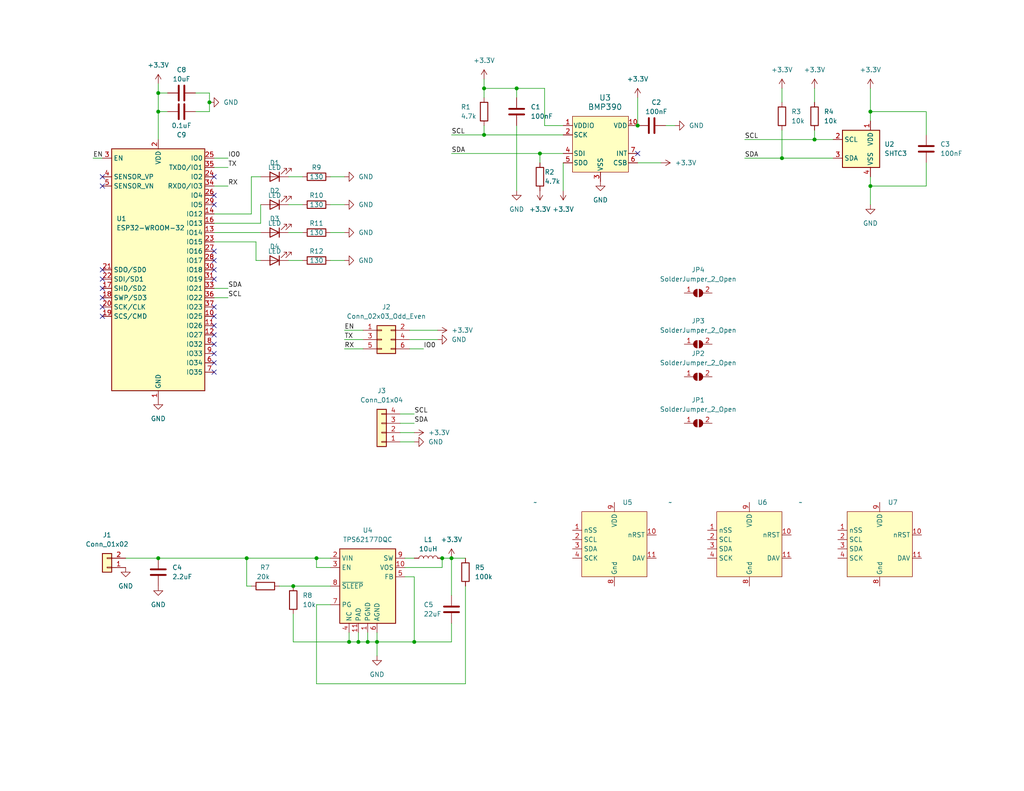
<source format=kicad_sch>
(kicad_sch (version 20230121) (generator eeschema)
  (paper "USLetter")
  (title_block (title "Weather Station Main Board") (date "2023-12-05") (rev "V_01"))
  (lib_symbols
    (symbol "2023-12-02_16-58-31:BMP390" (pin_names (offset 0.254))
      (property "Reference" "U" (at 21.59 6.35 0))
      (property "Value" "BMP390" (at 21.59 3.81 0))
      (symbol "BMP390_1_1"
        (rectangle (start 7.62 2.54) (end 22.86 -12.7) (fill (type background)))
        (pin power_in line (at 5.08 0 0) (length 2.54) (name "VDDIO") (number "1"))
        (pin power_in line (at 25.4 0 180) (length 2.54) (name "VDD") (number "10"))
        (pin input line (at 5.08 -2.54 0) (length 2.54) (name "SCK") (number "2"))
        (pin power_in line (at 15.24 -15.24 90) (length 2.54) (name "VSS") (number "3"))
        (pin bidirectional line (at 5.08 -7.62 0) (length 2.54) (name "SDI") (number "4"))
        (pin bidirectional line (at 5.08 -10.16 0) (length 2.54) (name "SDO") (number "5"))
        (pin input line (at 25.4 -10.16 180) (length 2.54) (name "CSB") (number "6"))
        (pin input line (at 25.4 -7.62 180) (length 2.54) (name "INT") (number "7"))
        (pin power_in line (at 15.24 -15.24 90) (length 2.54) hide (name "VSS") (number "8"))
        (pin power_in line (at 15.24 -15.24 90) (length 2.54) hide (name "VSS") (number "9"))
      )
    )
    (symbol "Connector_Generic:Conn_01x02" (pin_names (offset 1.016) hide)
      (property "Reference" "J" (at 0 2.54 0))
      (property "Value" "Conn_01x02" (at 0 -5.08 0))
      (symbol "Conn_01x02_1_1"
        (rectangle (start -1.27 -2.413) (end 0 -2.667) (stroke (width 0.1524)))
        (rectangle (start -1.27 0.127) (end 0 -0.127) (stroke (width 0.1524)))
        (rectangle (start -1.27 1.27) (end 1.27 -3.81) (stroke (width 0.254)) (fill (type background)))
        (pin passive line (at -5.08 0 0) (length 3.81) (name "Pin_1") (number "1"))
        (pin passive line (at -5.08 -2.54 0) (length 3.81) (name "Pin_2") (number "2"))
      )
    )
    (symbol "Connector_Generic:Conn_01x04" (pin_names (offset 1.016) hide)
      (property "Reference" "J" (at 0 5.08 0))
      (property "Value" "Conn_01x04" (at 0 -7.62 0))
      (symbol "Conn_01x04_1_1"
        (rectangle (start -1.27 -4.953) (end 0 -5.207) (stroke (width 0.1524)))
        (rectangle (start -1.27 -2.413) (end 0 -2.667) (stroke (width 0.1524)))
        (rectangle (start -1.27 0.127) (end 0 -0.127) (stroke (width 0.1524)))
        (rectangle (start -1.27 2.667) (end 0 2.413) (stroke (width 0.1524)))
        (rectangle (start -1.27 3.81) (end 1.27 -6.35) (stroke (width 0.254)) (fill (type background)))
        (pin passive line (at -5.08 2.54 0) (length 3.81) (name "Pin_1") (number "1"))
        (pin passive line (at -5.08 0 0) (length 3.81) (name "Pin_2") (number "2"))
        (pin passive line (at -5.08 -2.54 0) (length 3.81) (name "Pin_3") (number "3"))
        (pin passive line (at -5.08 -5.08 0) (length 3.81) (name "Pin_4") (number "4"))
      )
    )
    (symbol "Connector_Generic:Conn_02x03_Odd_Even" (pin_names (offset 1.016) hide)
      (property "Reference" "J" (at 1.27 5.08 0))
      (property "Value" "Conn_02x03_Odd_Even" (at 1.27 -5.08 0))
      (symbol "Conn_02x03_Odd_Even_1_1"
        (rectangle (start -1.27 -2.413) (end 0 -2.667) (stroke (width 0.1524)))
        (rectangle (start -1.27 0.127) (end 0 -0.127) (stroke (width 0.1524)))
        (rectangle (start -1.27 2.667) (end 0 2.413) (stroke (width 0.1524)))
        (rectangle (start -1.27 3.81) (end 3.81 -3.81) (stroke (width 0.254)) (fill (type background)))
        (rectangle (start 3.81 -2.413) (end 2.54 -2.667) (stroke (width 0.1524)))
        (rectangle (start 3.81 0.127) (end 2.54 -0.127) (stroke (width 0.1524)))
        (rectangle (start 3.81 2.667) (end 2.54 2.413) (stroke (width 0.1524)))
        (pin passive line (at -5.08 2.54 0) (length 3.81) (name "Pin_1") (number "1"))
        (pin passive line (at 7.62 2.54 180) (length 3.81) (name "Pin_2") (number "2"))
        (pin passive line (at -5.08 0 0) (length 3.81) (name "Pin_3") (number "3"))
        (pin passive line (at 7.62 0 180) (length 3.81) (name "Pin_4") (number "4"))
        (pin passive line (at -5.08 -2.54 0) (length 3.81) (name "Pin_5") (number "5"))
        (pin passive line (at 7.62 -2.54 180) (length 3.81) (name "Pin_6") (number "6"))
      )
    )
    (symbol "Device:C" (pin_numbers hide) (pin_names (offset 0.254))
      (property "Reference" "C" (at 0.635 2.54 0))
      (property "Value" "C" (at 0.635 -2.54 0))
      (symbol "C_0_1"
        (polyline (pts (xy -2.032 -0.762) (xy 2.032 -0.762)) (stroke (width 0.508)))
        (polyline (pts (xy -2.032 0.762) (xy 2.032 0.762)) (stroke (width 0.508)))
      )
      (symbol "C_1_1"
        (pin passive line (at 0 3.81 270) (length 2.794) (name "~") (number "1"))
        (pin passive line (at 0 -3.81 90) (length 2.794) (name "~") (number "2"))
      )
    )
    (symbol "Device:L" (pin_numbers hide) (pin_names (offset 1.016) hide)
      (property "Reference" "L" (at -1.27 0 90))
      (property "Value" "L" (at 1.905 0 90))
      (symbol "L_0_1"
        (arc (start 0 -2.54) (mid 0.6323 -1.905) (end 0 -1.27))
        (arc (start 0 -1.27) (mid 0.6323 -0.635) (end 0 0))
        (arc (start 0 0) (mid 0.6323 0.635) (end 0 1.27))
        (arc (start 0 1.27) (mid 0.6323 1.905) (end 0 2.54))
      )
      (symbol "L_1_1"
        (pin passive line (at 0 3.81 270) (length 1.27) (name "1") (number "1"))
        (pin passive line (at 0 -3.81 90) (length 1.27) (name "2") (number "2"))
      )
    )
    (symbol "Device:LED" (pin_numbers hide) (pin_names (offset 1.016) hide)
      (property "Reference" "D" (at 0 2.54 0))
      (property "Value" "LED" (at 0 -2.54 0))
      (symbol "LED_0_1"
        (polyline (pts (xy -1.27 -1.27) (xy -1.27 1.27)) (stroke (width 0.254)))
        (polyline (pts (xy -1.27 0) (xy 1.27 0)))
        (polyline (pts (xy 1.27 -1.27) (xy 1.27 1.27) (xy -1.27 0) (xy 1.27 -1.27)) (stroke (width 0.254)))
        (polyline (pts (xy -3.048 -0.762) (xy -4.572 -2.286) (xy -3.81 -2.286) (xy -4.572 -2.286) (xy -4.572 -1.524)))
        (polyline (pts (xy -1.778 -0.762) (xy -3.302 -2.286) (xy -2.54 -2.286) (xy -3.302 -2.286) (xy -3.302 -1.524)))
      )
      (symbol "LED_1_1"
        (pin passive line (at -3.81 0 0) (length 2.54) (name "K") (number "1"))
        (pin passive line (at 3.81 0 180) (length 2.54) (name "A") (number "2"))
      )
    )
    (symbol "Device:R" (pin_numbers hide) (pin_names (offset 0))
      (property "Reference" "R" (at 2.032 0 90))
      (property "Value" "R" (at 0 0 90))
      (symbol "R_0_1"
        (rectangle (start -1.016 -2.54) (end 1.016 2.54) (stroke (width 0.254)))
      )
      (symbol "R_1_1"
        (pin passive line (at 0 3.81 270) (length 1.27) (name "~") (number "1"))
        (pin passive line (at 0 -3.81 90) (length 1.27) (name "~") (number "2"))
      )
    )
    (symbol "Jumper:SolderJumper_2_Open" (pin_names (offset 0) hide)
      (property "Reference" "JP" (at 0 2.032 0))
      (property "Value" "SolderJumper_2_Open" (at 0 -2.54 0))
      (symbol "SolderJumper_2_Open_0_1"
        (arc (start -0.254 1.016) (mid -1.2656 0) (end -0.254 -1.016))
        (arc (start -0.254 1.016) (mid -1.2656 0) (end -0.254 -1.016) (fill (type outline)))
        (polyline (pts (xy -0.254 1.016) (xy -0.254 -1.016)))
        (polyline (pts (xy 0.254 1.016) (xy 0.254 -1.016)))
        (arc (start 0.254 -1.016) (mid 1.2656 0) (end 0.254 1.016))
        (arc (start 0.254 -1.016) (mid 1.2656 0) (end 0.254 1.016) (fill (type outline)))
      )
      (symbol "SolderJumper_2_Open_1_1"
        (pin passive line (at -3.81 0 0) (length 2.54) (name "A") (number "1"))
        (pin passive line (at 3.81 0 180) (length 2.54) (name "B") (number "2"))
      )
    )
    (symbol "ND005:ND005"
      (property "Reference" "U" (at 7.62 10.16 0))
      (symbol "ND005_1_1"
        (rectangle (start -8.89 8.89) (end 8.89 -8.89) (fill (type background)))
        (pin input line (at -11.43 3.81 0) (length 2.54) (name "nSS") (number "1"))
        (pin input line (at 11.43 2.54 180) (length 2.54) (name "nRST") (number "10"))
        (pin output line (at 11.43 -3.81 180) (length 2.54) (name "DAV") (number "11"))
        (pin input line (at -11.43 1.27 0) (length 2.54) (name "SCL") (number "2"))
        (pin bidirectional line (at -11.43 -1.27 0) (length 2.54) (name "SDA") (number "3"))
        (pin input line (at -11.43 -3.81 0) (length 2.54) (name "SCK") (number "4"))
        (pin no_connect line (at -1.27 0 180) (length 2.54) hide (name "DNC") (number "5"))
        (pin no_connect line (at -1.27 0 180) (length 2.54) hide (name "DNC") (number "6"))
        (pin no_connect line (at -1.27 0 180) (length 2.54) hide (name "DNC") (number "7"))
        (pin power_in line (at 0 -11.43 90) (length 2.54) (name "Gnd") (number "8"))
        (pin power_in line (at 0 11.43 270) (length 2.54) (name "VDD") (number "9"))
      )
    )
    (symbol "RF_Module:ESP32-WROOM-32D"
      (property "Reference" "U" (at -12.7 34.29 0))
      (property "Value" "ESP32-WROOM-32D" (at 1.27 34.29 0))
      (symbol "ESP32-WROOM-32D_0_1"
        (rectangle (start -12.7 33.02) (end 12.7 -33.02) (stroke (width 0.254)) (fill (type background)))
      )
      (symbol "ESP32-WROOM-32D_1_1"
        (pin power_in line (at 0 -35.56 90) (length 2.54) (name "GND") (number "1"))
        (pin bidirectional line (at 15.24 -12.7 180) (length 2.54) (name "IO25") (number "10"))
        (pin bidirectional line (at 15.24 -15.24 180) (length 2.54) (name "IO26") (number "11"))
        (pin bidirectional line (at 15.24 -17.78 180) (length 2.54) (name "IO27") (number "12"))
        (pin bidirectional line (at 15.24 10.16 180) (length 2.54) (name "IO14") (number "13"))
        (pin bidirectional line (at 15.24 15.24 180) (length 2.54) (name "IO12") (number "14"))
        (pin passive line (at 0 -35.56 90) (length 2.54) hide (name "GND") (number "15"))
        (pin bidirectional line (at 15.24 12.7 180) (length 2.54) (name "IO13") (number "16"))
        (pin bidirectional line (at -15.24 -5.08 0) (length 2.54) (name "SHD/SD2") (number "17"))
        (pin bidirectional line (at -15.24 -7.62 0) (length 2.54) (name "SWP/SD3") (number "18"))
        (pin bidirectional line (at -15.24 -12.7 0) (length 2.54) (name "SCS/CMD") (number "19"))
        (pin power_in line (at 0 35.56 270) (length 2.54) (name "VDD") (number "2"))
        (pin bidirectional line (at -15.24 -10.16 0) (length 2.54) (name "SCK/CLK") (number "20"))
        (pin bidirectional line (at -15.24 0 0) (length 2.54) (name "SDO/SD0") (number "21"))
        (pin bidirectional line (at -15.24 -2.54 0) (length 2.54) (name "SDI/SD1") (number "22"))
        (pin bidirectional line (at 15.24 7.62 180) (length 2.54) (name "IO15") (number "23"))
        (pin bidirectional line (at 15.24 25.4 180) (length 2.54) (name "IO2") (number "24"))
        (pin bidirectional line (at 15.24 30.48 180) (length 2.54) (name "IO0") (number "25"))
        (pin bidirectional line (at 15.24 20.32 180) (length 2.54) (name "IO4") (number "26"))
        (pin bidirectional line (at 15.24 5.08 180) (length 2.54) (name "IO16") (number "27"))
        (pin bidirectional line (at 15.24 2.54 180) (length 2.54) (name "IO17") (number "28"))
        (pin bidirectional line (at 15.24 17.78 180) (length 2.54) (name "IO5") (number "29"))
        (pin input line (at -15.24 30.48 0) (length 2.54) (name "EN") (number "3"))
        (pin bidirectional line (at 15.24 0 180) (length 2.54) (name "IO18") (number "30"))
        (pin bidirectional line (at 15.24 -2.54 180) (length 2.54) (name "IO19") (number "31"))
        (pin no_connect line (at -12.7 -27.94 0) (length 2.54) hide (name "NC") (number "32"))
        (pin bidirectional line (at 15.24 -5.08 180) (length 2.54) (name "IO21") (number "33"))
        (pin bidirectional line (at 15.24 22.86 180) (length 2.54) (name "RXD0/IO3") (number "34"))
        (pin bidirectional line (at 15.24 27.94 180) (length 2.54) (name "TXD0/IO1") (number "35"))
        (pin bidirectional line (at 15.24 -7.62 180) (length 2.54) (name "IO22") (number "36"))
        (pin bidirectional line (at 15.24 -10.16 180) (length 2.54) (name "IO23") (number "37"))
        (pin passive line (at 0 -35.56 90) (length 2.54) hide (name "GND") (number "38"))
        (pin passive line (at 0 -35.56 90) (length 2.54) hide (name "GND") (number "39"))
        (pin input line (at -15.24 25.4 0) (length 2.54) (name "SENSOR_VP") (number "4"))
        (pin input line (at -15.24 22.86 0) (length 2.54) (name "SENSOR_VN") (number "5"))
        (pin input line (at 15.24 -25.4 180) (length 2.54) (name "IO34") (number "6"))
        (pin input line (at 15.24 -27.94 180) (length 2.54) (name "IO35") (number "7"))
        (pin bidirectional line (at 15.24 -20.32 180) (length 2.54) (name "IO32") (number "8"))
        (pin bidirectional line (at 15.24 -22.86 180) (length 2.54) (name "IO33") (number "9"))
      )
    )
    (symbol "Regulator_Switching:TPS62177DQC"
      (property "Reference" "U" (at -7.62 11.43 0))
      (property "Value" "TPS62177DQC" (at -1.27 11.43 0))
      (symbol "TPS62177DQC_0_1"
        (rectangle (start -7.62 10.16) (end 7.62 -10.16) (stroke (width 0.254)) (fill (type background)))
      )
      (symbol "TPS62177DQC_1_1"
        (pin power_in line (at 0 -12.7 90) (length 2.54) (name "PGND") (number "1"))
        (pin input line (at 10.16 5.08 180) (length 2.54) (name "VOS") (number "10"))
        (pin power_in line (at -2.54 -12.7 90) (length 2.54) (name "PAD") (number "11"))
        (pin power_in line (at -10.16 7.62 0) (length 2.54) (name "VIN") (number "2"))
        (pin input line (at -10.16 5.08 0) (length 2.54) (name "EN") (number "3"))
        (pin passive line (at -5.08 -12.7 90) (length 2.54) (name "NC") (number "4"))
        (pin input line (at 10.16 2.54 180) (length 2.54) (name "FB") (number "5"))
        (pin power_in line (at 2.54 -12.7 90) (length 2.54) (name "AGND") (number "6"))
        (pin output line (at -10.16 -5.08 0) (length 2.54) (name "PG") (number "7"))
        (pin input line (at -10.16 0 0) (length 2.54) (name "~{SLEEP}") (number "8"))
        (pin power_out line (at 10.16 7.62 180) (length 2.54) (name "SW") (number "9"))
      )
    )
    (symbol "Sensor_Humidity:SHTC3"
      (property "Reference" "U" (at -3.81 6.35 0))
      (property "Value" "SHTC3" (at -2.54 -6.35 0))
      (symbol "SHTC3_1_1"
        (rectangle (start -5.08 5.08) (end 5.08 -5.08) (stroke (width 0.254)) (fill (type background)))
        (pin power_in line (at 2.54 7.62 270) (length 2.54) (name "VDD") (number "1"))
        (pin input line (at -7.62 2.54 0) (length 2.54) (name "SCL") (number "2"))
        (pin bidirectional line (at -7.62 -2.54 0) (length 2.54) (name "SDA") (number "3"))
        (pin power_in line (at 2.54 -7.62 90) (length 2.54) (name "VSS") (number "4"))
        (pin no_connect line (at 5.08 0 180) (length 2.54) hide (name "NC") (number "5"))
      )
    )
    (symbol "power:+3.3V" (power) (pin_names (offset 0))
      (property "Value" "+3.3V" (at 0 3.556 0))
      (symbol "+3.3V_0_1"
        (polyline (pts (xy -0.762 1.27) (xy 0 2.54)))
        (polyline (pts (xy 0 0) (xy 0 2.54)))
        (polyline (pts (xy 0 2.54) (xy 0.762 1.27)))
      )
      (symbol "+3.3V_1_1"
        (pin power_in line (at 0 0 90) (length 0) hide (name "+3.3V") (number "1"))
      )
    )
    (symbol "power:GND" (power) (pin_names (offset 0))
      (property "Value" "GND" (at 0 -3.81 0))
      (symbol "GND_0_1"
        (polyline (pts (xy 0 0) (xy 0 -1.27) (xy 1.27 -1.27) (xy 0 -2.54) (xy -1.27 -1.27) (xy 0 -1.27)))
      )
      (symbol "GND_1_1"
        (pin power_in line (at 0 0 270) (length 0) hide (name "GND") (number "1"))
      )
    )
  )
  (junction (at 147.32 41.91))
  (junction (at 43.18 30.48))
  (junction (at 237.49 30.48))
  (junction (at 67.31 152.4))
  (junction (at 132.08 24.13))
  (junction (at 97.79 175.26))
  (junction (at 80.01 160.02))
  (junction (at 237.49 50.8))
  (junction (at 173.99 34.29))
  (junction (at 57.15 27.94))
  (junction (at 132.08 36.83))
  (junction (at 95.25 175.26))
  (junction (at 213.36 43.18))
  (junction (at 43.18 25.4))
  (junction (at 43.18 152.4))
  (junction (at 123.19 152.4))
  (junction (at 120.65 152.4))
  (junction (at 222.25 38.1))
  (junction (at 86.36 152.4))
  (junction (at 102.87 175.26))
  (junction (at 100.33 175.26))
  (junction (at 140.97 24.13))
  (junction (at 113.03 175.26))
  (no_connect (at 58.42 71.12))
  (no_connect (at 58.42 68.58))
  (no_connect (at 58.42 55.88))
  (no_connect (at 58.42 88.9))
  (no_connect (at 58.42 73.66))
  (no_connect (at 27.94 50.8))
  (no_connect (at 58.42 91.44))
  (no_connect (at 27.94 76.2))
  (no_connect (at 27.94 73.66))
  (no_connect (at 27.94 81.28))
  (no_connect (at 27.94 83.82))
  (no_connect (at 58.42 96.52))
  (no_connect (at 58.42 93.98))
  (no_connect (at 58.42 53.34))
  (no_connect (at 27.94 86.36))
  (no_connect (at 58.42 101.6))
  (no_connect (at 173.99 41.91))
  (no_connect (at 58.42 76.2))
  (no_connect (at 58.42 86.36))
  (no_connect (at 58.42 99.06))
  (no_connect (at 58.42 83.82))
  (no_connect (at 27.94 48.26))
  (no_connect (at 58.42 48.26))
  (no_connect (at 27.94 78.74))
  (wire (pts (xy 203.2 38.1) (xy 222.25 38.1)))
  (wire (pts (xy 110.49 154.94) (xy 120.65 154.94)))
  (wire (pts (xy 80.01 167.64) (xy 80.01 175.26)))
  (wire (pts (xy 123.19 152.4) (xy 127 152.4)))
  (wire (pts (xy 222.25 24.13) (xy 222.25 27.94)))
  (wire (pts (xy 45.72 25.4) (xy 43.18 25.4)))
  (wire (pts (xy 252.73 44.45) (xy 252.73 50.8)))
  (wire (pts (xy 147.32 41.91) (xy 153.67 41.91)))
  (wire (pts (xy 213.36 35.56) (xy 213.36 43.18)))
  (wire (pts (xy 58.42 63.5) (xy 71.12 63.5)))
  (wire (pts (xy 148.59 24.13) (xy 140.97 24.13)))
  (wire (pts (xy 90.17 165.1) (xy 86.36 165.1)))
  (wire (pts (xy 34.29 152.4) (xy 43.18 152.4)))
  (wire (pts (xy 102.87 175.26) (xy 102.87 179.07)))
  (wire (pts (xy 53.34 25.4) (xy 57.15 25.4)))
  (wire (pts (xy 132.08 36.83) (xy 153.67 36.83)))
  (wire (pts (xy 140.97 34.29) (xy 140.97 52.07)))
  (wire (pts (xy 71.12 60.96) (xy 71.12 55.88)))
  (wire (pts (xy 58.42 50.8) (xy 62.23 50.8)))
  (wire (pts (xy 58.42 45.72) (xy 62.23 45.72)))
  (wire (pts (xy 68.58 58.42) (xy 68.58 48.26)))
  (wire (pts (xy 100.33 175.26) (xy 102.87 175.26)))
  (wire (pts (xy 93.98 95.25) (xy 99.06 95.25)))
  (wire (pts (xy 237.49 30.48) (xy 252.73 30.48)))
  (wire (pts (xy 86.36 165.1) (xy 86.36 186.69)))
  (wire (pts (xy 90.17 63.5) (xy 93.98 63.5)))
  (wire (pts (xy 237.49 30.48) (xy 237.49 33.02)))
  (wire (pts (xy 53.34 30.48) (xy 57.15 30.48)))
  (wire (pts (xy 86.36 152.4) (xy 86.36 154.94)))
  (wire (pts (xy 67.31 152.4) (xy 86.36 152.4)))
  (wire (pts (xy 97.79 175.26) (xy 100.33 175.26)))
  (wire (pts (xy 148.59 24.13) (xy 148.59 34.29)))
  (wire (pts (xy 222.25 38.1) (xy 227.33 38.1)))
  (wire (pts (xy 25.4 43.18) (xy 27.94 43.18)))
  (wire (pts (xy 222.25 35.56) (xy 222.25 38.1)))
  (wire (pts (xy 43.18 25.4) (xy 43.18 30.48)))
  (wire (pts (xy 67.31 152.4) (xy 67.31 160.02)))
  (wire (pts (xy 132.08 34.29) (xy 132.08 36.83)))
  (wire (pts (xy 62.23 81.28) (xy 58.42 81.28)))
  (wire (pts (xy 110.49 152.4) (xy 113.03 152.4)))
  (wire (pts (xy 43.18 152.4) (xy 67.31 152.4)))
  (wire (pts (xy 147.32 41.91) (xy 147.32 44.45)))
  (wire (pts (xy 123.19 36.83) (xy 132.08 36.83)))
  (wire (pts (xy 93.98 90.17) (xy 99.06 90.17)))
  (wire (pts (xy 102.87 172.72) (xy 102.87 175.26)))
  (wire (pts (xy 80.01 160.02) (xy 90.17 160.02)))
  (wire (pts (xy 123.19 41.91) (xy 147.32 41.91)))
  (wire (pts (xy 252.73 30.48) (xy 252.73 36.83)))
  (wire (pts (xy 57.15 30.48) (xy 57.15 27.94)))
  (wire (pts (xy 237.49 48.26) (xy 237.49 50.8)))
  (wire (pts (xy 109.22 115.57) (xy 113.03 115.57)))
  (wire (pts (xy 213.36 43.18) (xy 227.33 43.18)))
  (wire (pts (xy 173.99 44.45) (xy 180.34 44.45)))
  (wire (pts (xy 213.36 24.13) (xy 213.36 27.94)))
  (wire (pts (xy 123.19 152.4) (xy 123.19 162.56)))
  (wire (pts (xy 113.03 175.26) (xy 123.19 175.26)))
  (wire (pts (xy 123.19 170.18) (xy 123.19 175.26)))
  (wire (pts (xy 78.74 55.88) (xy 82.55 55.88)))
  (wire (pts (xy 153.67 52.07) (xy 153.67 44.45)))
  (wire (pts (xy 173.99 26.67) (xy 173.99 34.29)))
  (wire (pts (xy 95.25 175.26) (xy 97.79 175.26)))
  (wire (pts (xy 113.03 157.48) (xy 113.03 175.26)))
  (wire (pts (xy 43.18 30.48) (xy 43.18 38.1)))
  (wire (pts (xy 58.42 60.96) (xy 71.12 60.96)))
  (wire (pts (xy 86.36 186.69) (xy 127 186.69)))
  (wire (pts (xy 127 160.02) (xy 127 186.69)))
  (wire (pts (xy 95.25 172.72) (xy 95.25 175.26)))
  (wire (pts (xy 69.85 71.12) (xy 71.12 71.12)))
  (wire (pts (xy 93.98 92.71) (xy 99.06 92.71)))
  (wire (pts (xy 57.15 25.4) (xy 57.15 27.94)))
  (wire (pts (xy 78.74 71.12) (xy 82.55 71.12)))
  (wire (pts (xy 86.36 152.4) (xy 90.17 152.4)))
  (wire (pts (xy 43.18 22.86) (xy 43.18 25.4)))
  (wire (pts (xy 76.2 160.02) (xy 80.01 160.02)))
  (wire (pts (xy 78.74 63.5) (xy 82.55 63.5)))
  (wire (pts (xy 90.17 154.94) (xy 86.36 154.94)))
  (wire (pts (xy 120.65 152.4) (xy 120.65 154.94)))
  (wire (pts (xy 113.03 157.48) (xy 110.49 157.48)))
  (wire (pts (xy 140.97 24.13) (xy 140.97 26.67)))
  (wire (pts (xy 132.08 26.67) (xy 132.08 24.13)))
  (wire (pts (xy 109.22 120.65) (xy 113.03 120.65)))
  (wire (pts (xy 90.17 71.12) (xy 93.98 71.12)))
  (wire (pts (xy 58.42 66.04) (xy 69.85 66.04)))
  (wire (pts (xy 140.97 24.13) (xy 132.08 24.13)))
  (wire (pts (xy 68.58 48.26) (xy 71.12 48.26)))
  (wire (pts (xy 69.85 71.12) (xy 69.85 66.04)))
  (wire (pts (xy 68.58 58.42) (xy 58.42 58.42)))
  (wire (pts (xy 237.49 50.8) (xy 237.49 55.88)))
  (wire (pts (xy 237.49 24.13) (xy 237.49 30.48)))
  (wire (pts (xy 111.76 90.17) (xy 119.38 90.17)))
  (wire (pts (xy 148.59 34.29) (xy 153.67 34.29)))
  (wire (pts (xy 203.2 43.18) (xy 213.36 43.18)))
  (wire (pts (xy 97.79 172.72) (xy 97.79 175.26)))
  (wire (pts (xy 90.17 55.88) (xy 93.98 55.88)))
  (wire (pts (xy 100.33 172.72) (xy 100.33 175.26)))
  (wire (pts (xy 80.01 175.26) (xy 95.25 175.26)))
  (wire (pts (xy 102.87 175.26) (xy 113.03 175.26)))
  (wire (pts (xy 43.18 30.48) (xy 45.72 30.48)))
  (wire (pts (xy 109.22 118.11) (xy 113.03 118.11)))
  (wire (pts (xy 109.22 113.03) (xy 113.03 113.03)))
  (wire (pts (xy 67.31 160.02) (xy 68.58 160.02)))
  (wire (pts (xy 58.42 78.74) (xy 62.23 78.74)))
  (wire (pts (xy 132.08 21.59) (xy 132.08 24.13)))
  (wire (pts (xy 123.19 152.4) (xy 120.65 152.4)))
  (wire (pts (xy 58.42 43.18) (xy 62.23 43.18)))
  (wire (pts (xy 252.73 50.8) (xy 237.49 50.8)))
  (wire (pts (xy 90.17 48.26) (xy 93.98 48.26)))
  (wire (pts (xy 111.76 95.25) (xy 115.57 95.25)))
  (wire (pts (xy 111.76 92.71) (xy 119.38 92.71)))
  (wire (pts (xy 181.61 34.29) (xy 184.15 34.29)))
  (wire (pts (xy 78.74 48.26) (xy 82.55 48.26)))
  (label "RX" (at 62.23 50.8 0))
  (label "EN" (at 25.4 43.18 0))
  (label "IO0" (at 115.57 95.25 0))
  (label "SCL" (at 62.23 81.28 0))
  (label "SCL" (at 113.03 113.03 0))
  (label "SDA" (at 123.19 41.91 0))
  (label "TX" (at 62.23 45.72 0))
  (label "SDA" (at 113.03 115.57 0))
  (label "SCL" (at 203.2 38.1 0))
  (label "TX" (at 93.98 92.71 0))
  (label "SDA" (at 62.23 78.74 0))
  (label "RX" (at 93.98 95.25 0))
  (label "SCL" (at 123.19 36.83 0))
  (label "IO0" (at 62.23 43.18 0))
  (label "SDA" (at 203.2 43.18 0))
  (label "EN" (at 93.98 90.17 0))
  (symbol (lib_id "power:GND") (at 57.15 27.94 90) (unit 1)
    (property "Reference" "#PWR024" (effects hide))
    (property "Value" "GND" (at 60.96 27.94 90) (effects (justify right)))
  )
  (symbol (lib_id "Device:R") (at 132.08 30.48 0) (unit 1)
    (property "Reference" "R1" (at 125.73 29.21 0) (effects (justify left)))
    (property "Value" "4.7k" (at 125.73 31.75 0) (effects (justify left)))
  )
  (symbol (lib_id "ND005:ND005") (at 240.03 148.59 0) (unit 1)
    (property "Reference" "U7" (at 242.2241 137.16 0) (effects (justify left)))
    (property "Value" "~" (at 218.44 137.16 0))
  )
  (symbol (lib_id "power:+3.3V") (at 180.34 44.45 270) (unit 1)
    (property "Reference" "#PWR013" (effects hide))
    (property "Value" "+3.3V" (at 184.15 44.45 90) (effects (justify left)))
  )
  (symbol (lib_id "Connector_Generic:Conn_01x04") (at 104.14 118.11 180) (unit 1)
    (property "Reference" "J3" (at 104.14 106.68 0))
    (property "Value" "Conn_01x04" (at 104.14 109.22 0))
  )
  (symbol (lib_id "power:+3.3V") (at 119.38 90.17 270) (unit 1)
    (property "Reference" "#PWR026" (effects hide))
    (property "Value" "+3.3V" (at 123.19 90.17 90) (effects (justify left)))
  )
  (symbol (lib_id "Device:C") (at 49.53 30.48 270) (unit 1)
    (property "Reference" "C9" (at 49.53 36.83 90))
    (property "Value" "0.1uF" (at 49.53 34.29 90))
  )
  (symbol (lib_id "power:+3.3V") (at 173.99 26.67 0) (unit 1)
    (property "Reference" "#PWR04" (effects hide))
    (property "Value" "+3.3V" (at 173.99 21.59 0))
  )
  (symbol (lib_id "power:GND") (at 102.87 179.07 0) (unit 1)
    (property "Reference" "#PWR017" (effects hide))
    (property "Value" "GND" (at 102.87 184.15 0))
  )
  (symbol (lib_id "Device:R") (at 86.36 48.26 90) (unit 1)
    (property "Reference" "R9" (at 86.36 45.72 90))
    (property "Value" "130" (at 86.36 48.26 90))
  )
  (symbol (lib_id "power:+3.3V") (at 43.18 22.86 0) (unit 1)
    (property "Reference" "#PWR014" (effects hide))
    (property "Value" "+3.3V" (at 43.18 17.78 0))
  )
  (symbol (lib_id "Jumper:SolderJumper_2_Open") (at 190.5 80.01 0) (unit 1)
    (property "Reference" "JP4" (at 190.5 73.66 0))
    (property "Value" "SolderJumper_2_Open" (at 190.5 76.2 0))
    (property "Footprint" "Jumper:SolderJumper-2_P1.3mm_Open_Pad1.0x1.5mm" (effects hide))
  )
  (symbol (lib_id "Regulator_Switching:TPS62177DQC") (at 100.33 160.02 0) (unit 1)
    (property "Reference" "U4" (at 100.33 144.78 0))
    (property "Value" "TPS62177DQC" (at 100.33 147.32 0))
    (property "Footprint" "Package_SON:WSON-10-1EP_2x3mm_P0.5mm_EP0.84x2.4mm_ThermalVias" (effects hide))
    (property "Datasheet" "http://www.ti.com/lit/ds/symlink/tps62177.pdf" (effects hide))
  )
  (symbol (lib_id "ND005:ND005") (at 167.64 148.59 0) (unit 1)
    (property "Reference" "U5" (at 169.8341 137.16 0) (effects (justify left)))
    (property "Value" "~" (at 146.05 137.16 0))
  )
  (symbol (lib_id "Jumper:SolderJumper_2_Open") (at 190.5 102.87 0) (unit 1)
    (property "Reference" "JP2" (at 190.5 96.52 0))
    (property "Value" "SolderJumper_2_Open" (at 190.5 99.06 0))
    (property "Footprint" "Jumper:SolderJumper-2_P1.3mm_Open_Pad1.0x1.5mm" (effects hide))
  )
  (symbol (lib_id "Device:C") (at 177.8 34.29 90) (unit 1)
    (property "Reference" "C2" (at 179.07 27.94 90))
    (property "Value" "100nF" (at 179.07 30.48 90))
  )
  (symbol (lib_id "power:GND") (at 43.18 160.02 0) (unit 1)
    (property "Reference" "#PWR016" (effects hide))
    (property "Value" "GND" (at 43.18 165.1 0))
  )
  (symbol (lib_id "power:+3.3V") (at 222.25 24.13 0) (unit 1)
    (property "Reference" "#PWR012" (effects hide))
    (property "Value" "+3.3V" (at 222.25 19.05 0))
  )
  (symbol (lib_id "Device:R") (at 86.36 63.5 90) (unit 1)
    (property "Reference" "R11" (at 86.36 60.96 90))
    (property "Value" "130" (at 86.36 63.5 90))
  )
  (symbol (lib_id "Device:R") (at 213.36 31.75 0) (unit 1)
    (property "Reference" "R3" (at 215.9 30.48 0) (effects (justify left)))
    (property "Value" "10k" (at 215.9 33.02 0) (effects (justify left)))
  )
  (symbol (lib_id "power:+3.3V") (at 237.49 24.13 0) (unit 1)
    (property "Reference" "#PWR05" (effects hide))
    (property "Value" "+3.3V" (at 237.49 19.05 0))
  )
  (symbol (lib_id "Connector_Generic:Conn_02x03_Odd_Even") (at 104.14 92.71 0) (unit 1)
    (property "Reference" "J2" (at 105.41 83.82 0))
    (property "Value" "Conn_02x03_Odd_Even" (at 105.41 86.36 0))
    (property "Footprint" "Connector_IDC:IDC-Header_2x03_P2.54mm_Vertical" (effects hide))
  )
  (symbol (lib_id "power:GND") (at 237.49 55.88 0) (unit 1)
    (property "Reference" "#PWR02" (effects hide))
    (property "Value" "GND" (at 237.49 60.96 0))
  )
  (symbol (lib_id "ND005:ND005") (at 204.47 148.59 0) (unit 1)
    (property "Reference" "U6" (at 206.6641 137.16 0) (effects (justify left)))
    (property "Value" "~" (at 182.88 137.16 0))
  )
  (symbol (lib_id "2023-12-02_16-58-31:BMP390") (at 148.59 34.29 0) (unit 1)
    (property "Reference" "U3" (at 165.1 26.67 0) (effects (font (size 1.524 1.524))))
    (property "Value" "BMP390" (at 165.1 29.21 0) (effects (font (size 1.524 1.524))))
    (property "Footprint" "LGA10_BMP390_BOS" (effects hide))
    (property "Datasheet" "BMP390" (effects hide))
  )
  (symbol (lib_id "power:+3.3V") (at 123.19 152.4 0) (unit 1)
    (property "Reference" "#PWR018" (effects hide))
    (property "Value" "+3.3V" (at 123.19 147.32 0))
  )
  (symbol (lib_id "Device:R") (at 80.01 163.83 0) (unit 1)
    (property "Reference" "R8" (at 82.55 162.56 0) (effects (justify left)))
    (property "Value" "10k" (at 82.55 165.1 0) (effects (justify left)))
  )
  (symbol (lib_id "Device:C") (at 140.97 30.48 0) (unit 1)
    (property "Reference" "C1" (at 144.78 29.21 0) (effects (justify left)))
    (property "Value" "100nF" (at 144.78 31.75 0) (effects (justify left)))
  )
  (symbol (lib_id "Device:LED") (at 74.93 63.5 180) (unit 1)
    (property "Reference" "D3" (at 74.93 59.69 0))
    (property "Value" "LED" (at 74.93 60.96 0))
  )
  (symbol (lib_id "power:GND") (at 43.18 109.22 0) (unit 1)
    (property "Reference" "#PWR03" (effects hide))
    (property "Value" "GND" (at 43.18 114.3 0))
  )
  (symbol (lib_id "power:GND") (at 93.98 71.12 90) (unit 1)
    (property "Reference" "#PWR025" (effects hide))
    (property "Value" "GND" (at 97.79 71.12 90) (effects (justify right)))
  )
  (symbol (lib_id "Device:C") (at 123.19 166.37 0) (unit 1)
    (property "Reference" "C5" (at 115.57 165.1 0) (effects (justify left)))
    (property "Value" "22uF" (at 115.57 167.64 0) (effects (justify left)))
  )
  (symbol (lib_id "Device:L") (at 116.84 152.4 90) (unit 1)
    (property "Reference" "L1" (at 116.84 147.32 90))
    (property "Value" "10uH" (at 116.84 149.86 90))
  )
  (symbol (lib_id "power:GND") (at 113.03 120.65 90) (unit 1)
    (property "Reference" "#PWR028" (effects hide))
    (property "Value" "GND" (at 116.84 120.65 90) (effects (justify right)))
  )
  (symbol (lib_id "Device:R") (at 127 156.21 0) (unit 1)
    (property "Reference" "R5" (at 129.54 154.94 0) (effects (justify left)))
    (property "Value" "100k" (at 129.54 157.48 0) (effects (justify left)))
  )
  (symbol (lib_id "RF_Module:ESP32-WROOM-32D") (at 43.18 73.66 0) (unit 1)
    (property "Reference" "U1" (at 31.75 59.69 0) (effects (justify left)))
    (property "Value" "ESP32-WROOM-32" (at 31.75 62.23 0) (effects (justify left)))
    (property "Footprint" "RF_Module:ESP32-WROOM-32D" (effects hide))
    (property "Datasheet" "https://www.espressif.com/sites/default/files/documentation/esp32-wroom-32d_esp32-wroom-32u_datasheet_en.pdf" (effects hide))
  )
  (symbol (lib_id "Device:LED") (at 74.93 71.12 180) (unit 1)
    (property "Reference" "D4" (at 74.93 67.31 0))
    (property "Value" "LED" (at 74.93 68.58 0))
  )
  (symbol (lib_id "Device:R") (at 222.25 31.75 0) (unit 1)
    (property "Reference" "R4" (at 224.79 30.48 0) (effects (justify left)))
    (property "Value" "10k" (at 224.79 33.02 0) (effects (justify left)))
  )
  (symbol (lib_id "power:GND") (at 140.97 52.07 0) (unit 1)
    (property "Reference" "#PWR06" (effects hide))
    (property "Value" "GND" (at 140.97 57.15 0))
  )
  (symbol (lib_id "Sensor_Humidity:SHTC3") (at 234.95 40.64 0) (unit 1)
    (property "Reference" "U2" (at 241.3 39.37 0) (effects (justify left)))
    (property "Value" "SHTC3" (at 241.3 41.91 0) (effects (justify left)))
    (property "Footprint" "Sensor_Humidity:Sensirion_DFN-4-1EP_2x2mm_P1mm_EP0.7x1.6mm" (effects hide))
    (property "Datasheet" "https://www.sensirion.com/fileadmin/user_upload/customers/sensirion/Dokumente/0_Datasheets/Humidity/Sensirion_Humidity_Sensors_SHTC3_Datasheet.pdf" (effects hide))
  )
  (symbol (lib_id "power:+3.3V") (at 113.03 118.11 270) (unit 1)
    (property "Reference" "#PWR029" (effects hide))
    (property "Value" "+3.3V" (at 116.84 118.11 90) (effects (justify left)))
  )
  (symbol (lib_id "Device:C") (at 43.18 156.21 0) (unit 1)
    (property "Reference" "C4" (at 46.99 154.94 0) (effects (justify left)))
    (property "Value" "2.2uF" (at 46.99 157.48 0) (effects (justify left)))
  )
  (symbol (lib_id "power:GND") (at 93.98 48.26 90) (unit 1)
    (property "Reference" "#PWR019" (effects hide))
    (property "Value" "GND" (at 97.79 48.26 90) (effects (justify right)))
  )
  (symbol (lib_id "power:GND") (at 93.98 63.5 90) (unit 1)
    (property "Reference" "#PWR023" (effects hide))
    (property "Value" "GND" (at 97.79 63.5 90) (effects (justify right)))
  )
  (symbol (lib_id "Jumper:SolderJumper_2_Open") (at 190.5 93.98 0) (unit 1)
    (property "Reference" "JP3" (at 190.5 87.63 0))
    (property "Value" "SolderJumper_2_Open" (at 190.5 90.17 0))
    (property "Footprint" "Jumper:SolderJumper-2_P1.3mm_Open_Pad1.0x1.5mm" (effects hide))
  )
  (symbol (lib_id "Device:R") (at 72.39 160.02 90) (unit 1)
    (property "Reference" "R7" (at 73.66 154.94 90) (effects (justify left)))
    (property "Value" "20k" (at 73.66 157.48 90) (effects (justify left)))
  )
  (symbol (lib_id "power:GND") (at 184.15 34.29 90) (unit 1)
    (property "Reference" "#PWR01" (effects hide))
    (property "Value" "GND" (at 187.96 34.29 90) (effects (justify right)))
  )
  (symbol (lib_id "power:GND") (at 93.98 55.88 90) (unit 1)
    (property "Reference" "#PWR022" (effects hide))
    (property "Value" "GND" (at 97.79 55.88 90) (effects (justify right)))
  )
  (symbol (lib_id "Jumper:SolderJumper_2_Open") (at 190.5 115.57 0) (unit 1)
    (property "Reference" "JP1" (at 190.5 109.22 0))
    (property "Value" "SolderJumper_2_Open" (at 190.5 111.76 0))
    (property "Footprint" "Jumper:SolderJumper-2_P1.3mm_Open_RoundedPad1.0x1.5mm" (effects hide))
  )
  (symbol (lib_id "Device:R") (at 147.32 48.26 0) (unit 1)
    (property "Reference" "R2" (at 148.59 46.99 0) (effects (justify left)))
    (property "Value" "4.7k" (at 148.59 49.53 0) (effects (justify left)))
  )
  (symbol (lib_id "power:+3.3V") (at 147.32 52.07 180) (unit 1)
    (property "Reference" "#PWR08" (effects hide))
    (property "Value" "+3.3V" (at 147.32 57.15 0))
  )
  (symbol (lib_id "power:GND") (at 34.29 154.94 0) (unit 1)
    (property "Reference" "#PWR015" (effects hide))
    (property "Value" "GND" (at 34.29 160.02 0))
  )
  (symbol (lib_id "Device:R") (at 86.36 71.12 90) (unit 1)
    (property "Reference" "R12" (at 86.36 68.58 90))
    (property "Value" "130" (at 86.36 71.12 90))
  )
  (symbol (lib_id "Device:C") (at 252.73 40.64 0) (unit 1)
    (property "Reference" "C3" (at 256.54 39.37 0) (effects (justify left)))
    (property "Value" "100nF" (at 256.54 41.91 0) (effects (justify left)))
  )
  (symbol (lib_id "Device:LED") (at 74.93 48.26 180) (unit 1)
    (property "Reference" "D1" (at 74.93 44.45 0))
    (property "Value" "LED" (at 74.93 45.72 0))
  )
  (symbol (lib_id "power:+3.3V") (at 132.08 21.59 0) (unit 1)
    (property "Reference" "#PWR09" (effects hide))
    (property "Value" "+3.3V" (at 132.08 16.51 0))
  )
  (symbol (lib_id "power:+3.3V") (at 153.67 52.07 180) (unit 1)
    (property "Reference" "#PWR07" (effects hide))
    (property "Value" "+3.3V" (at 153.67 57.15 0))
  )
  (symbol (lib_id "Device:LED") (at 74.93 55.88 180) (unit 1)
    (property "Reference" "D2" (at 74.93 52.07 0))
    (property "Value" "LED" (at 74.93 53.34 0))
  )
  (symbol (lib_id "Device:R") (at 86.36 55.88 90) (unit 1)
    (property "Reference" "R10" (at 86.36 53.34 90))
    (property "Value" "130" (at 86.36 55.88 90))
  )
  (symbol (lib_id "power:+3.3V") (at 213.36 24.13 0) (unit 1)
    (property "Reference" "#PWR010" (effects hide))
    (property "Value" "+3.3V" (at 213.36 19.05 0))
  )
  (symbol (lib_id "power:GND") (at 163.83 49.53 0) (unit 1)
    (property "Reference" "#PWR011" (effects hide))
    (property "Value" "GND" (at 163.83 54.61 0))
  )
  (symbol (lib_id "power:GND") (at 119.38 92.71 90) (unit 1)
    (property "Reference" "#PWR027" (effects hide))
    (property "Value" "GND" (at 123.19 92.71 90) (effects (justify right)))
  )
  (symbol (lib_id "Device:C") (at 49.53 25.4 270) (unit 1)
    (property "Reference" "C8" (at 49.53 19.05 90))
    (property "Value" "10uF" (at 49.53 21.59 90))
  )
  (symbol (lib_id "Connector_Generic:Conn_01x02") (at 29.21 154.94 180) (unit 1)
    (property "Reference" "J1" (at 29.21 146.05 0))
    (property "Value" "Conn_01x02" (at 29.21 148.59 0))
  )
)
</source>
